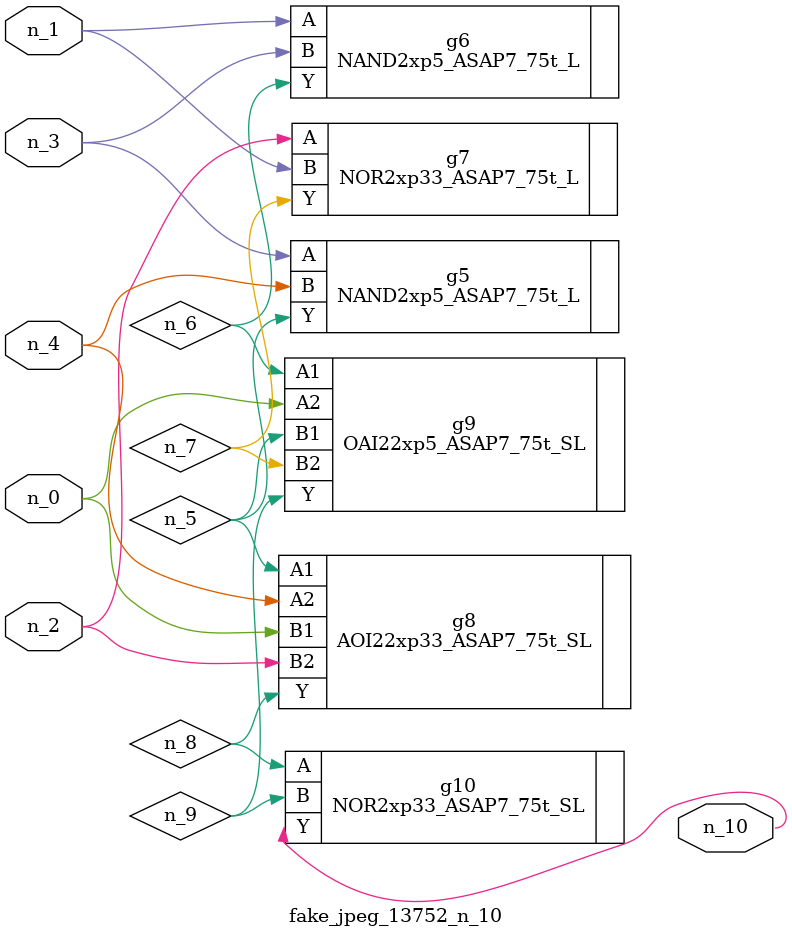
<source format=v>
module fake_jpeg_13752_n_10 (n_3, n_2, n_1, n_0, n_4, n_10);

input n_3;
input n_2;
input n_1;
input n_0;
input n_4;

output n_10;

wire n_8;
wire n_9;
wire n_6;
wire n_5;
wire n_7;

NAND2xp5_ASAP7_75t_L g5 ( 
.A(n_3),
.B(n_4),
.Y(n_5)
);

NAND2xp5_ASAP7_75t_L g6 ( 
.A(n_1),
.B(n_3),
.Y(n_6)
);

NOR2xp33_ASAP7_75t_L g7 ( 
.A(n_2),
.B(n_1),
.Y(n_7)
);

AOI22xp33_ASAP7_75t_SL g8 ( 
.A1(n_5),
.A2(n_4),
.B1(n_0),
.B2(n_2),
.Y(n_8)
);

NOR2xp33_ASAP7_75t_SL g10 ( 
.A(n_8),
.B(n_9),
.Y(n_10)
);

OAI22xp5_ASAP7_75t_SL g9 ( 
.A1(n_6),
.A2(n_0),
.B1(n_5),
.B2(n_7),
.Y(n_9)
);


endmodule
</source>
